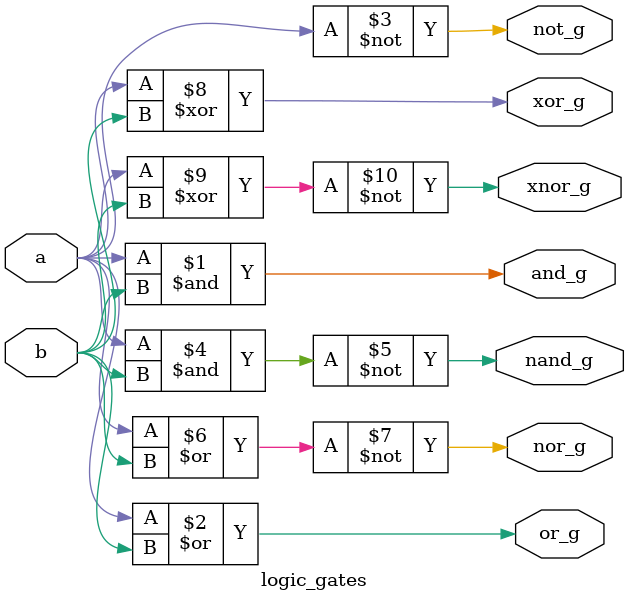
<source format=v>
`timescale 1ns / 1ps

module logic_gates(a, b, and_g,or_g,not_g,nand_g,nor_g,xor_g,xnor_g);
    input a, b;
    output and_g,or_g,not_g,nand_g, nor_g,xor_g,xnor_g;
    assign and_g = a&b;
    assign or_g = a|b;
    assign not_g = ~a;
    assign nand_g = ~(a&b);
    assign nor_g = ~(a|b);
    assign xor_g = a^b;
    assign xnor_g = ~(a^b);
endmodule

</source>
